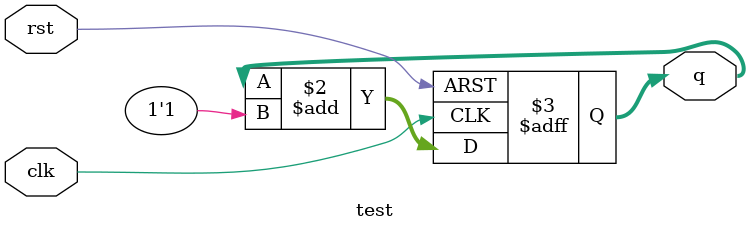
<source format=v>
`define Long
`ifdef Long
    `define Length 16
`else
    `define Length 32
`endif
module test(
    input clk,
    input rst,
    output reg [`Length-1:0] q
);
    always @(posedge clk or posedge rst)
    begin
        if (rst)
            q <= 0;
        else
            q <= q + 1'b1;
    end
endmodule
</source>
